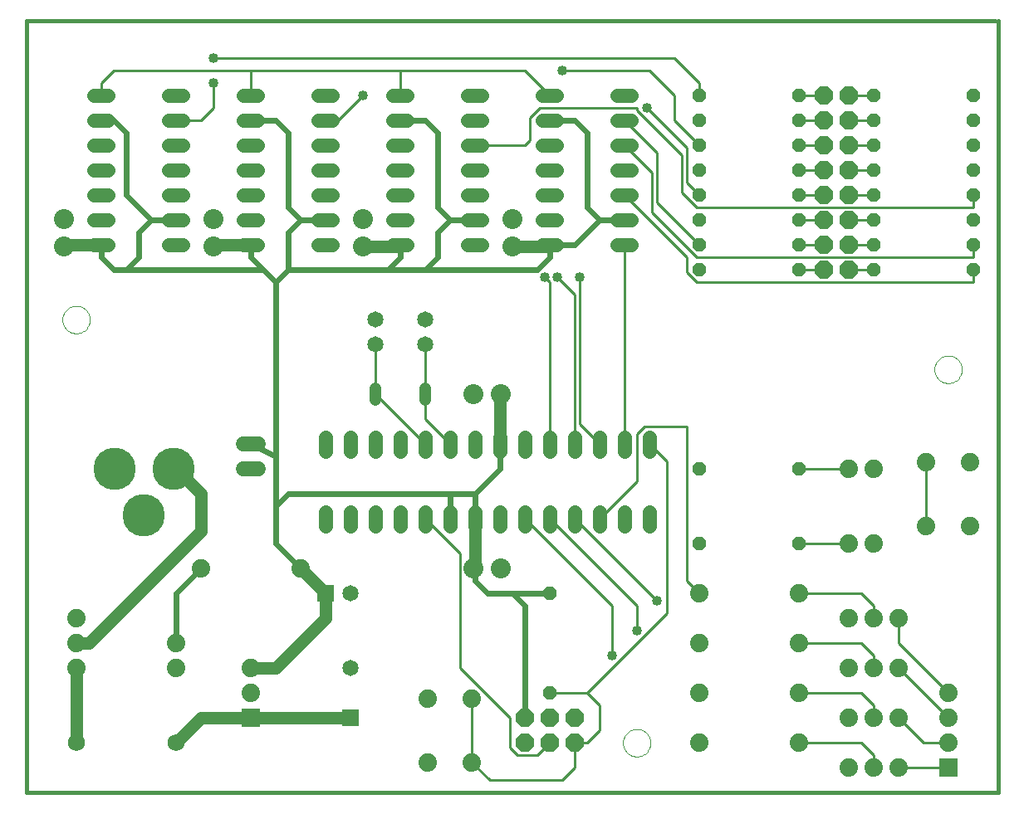
<source format=gtl>
G75*
%MOIN*%
%OFA0B0*%
%FSLAX24Y24*%
%IPPOS*%
%LPD*%
%AMOC8*
5,1,8,0,0,1.08239X$1,22.5*
%
%ADD10C,0.0160*%
%ADD11C,0.0560*%
%ADD12R,0.0740X0.0740*%
%ADD13C,0.0740*%
%ADD14C,0.0600*%
%ADD15R,0.0650X0.0650*%
%ADD16C,0.0650*%
%ADD17C,0.0800*%
%ADD18OC8,0.0740*%
%ADD19OC8,0.0560*%
%ADD20C,0.0680*%
%ADD21C,0.0480*%
%ADD22C,0.0000*%
%ADD23C,0.1700*%
%ADD24C,0.0500*%
%ADD25C,0.0240*%
%ADD26C,0.0320*%
%ADD27C,0.0100*%
%ADD28C,0.0400*%
D10*
X003626Y000180D02*
X042626Y000180D01*
X042626Y031180D01*
X042496Y031176D02*
X003626Y031176D01*
X003626Y000180D01*
D11*
X015626Y010900D02*
X015626Y011460D01*
X016626Y011460D02*
X016626Y010900D01*
X017626Y010900D02*
X017626Y011460D01*
X018626Y011460D02*
X018626Y010900D01*
X019626Y010900D02*
X019626Y011460D01*
X020626Y011460D02*
X020626Y010900D01*
X021626Y010900D02*
X021626Y011460D01*
X022626Y011460D02*
X022626Y010900D01*
X023626Y010900D02*
X023626Y011460D01*
X024626Y011460D02*
X024626Y010900D01*
X025626Y010900D02*
X025626Y011460D01*
X026626Y011460D02*
X026626Y010900D01*
X027626Y010900D02*
X027626Y011460D01*
X028626Y011460D02*
X028626Y010900D01*
X028626Y013900D02*
X028626Y014460D01*
X027626Y014460D02*
X027626Y013900D01*
X026626Y013900D02*
X026626Y014460D01*
X025626Y014460D02*
X025626Y013900D01*
X024626Y013900D02*
X024626Y014460D01*
X023626Y014460D02*
X023626Y013900D01*
X022626Y013900D02*
X022626Y014460D01*
X021626Y014460D02*
X021626Y013900D01*
X020626Y013900D02*
X020626Y014460D01*
X019626Y014460D02*
X019626Y013900D01*
X018626Y013900D02*
X018626Y014460D01*
X017626Y014460D02*
X017626Y013900D01*
X016626Y013900D02*
X016626Y014460D01*
X015626Y014460D02*
X015626Y013900D01*
X015906Y022180D02*
X015346Y022180D01*
X015346Y023180D02*
X015906Y023180D01*
X015906Y024180D02*
X015346Y024180D01*
X015346Y025180D02*
X015906Y025180D01*
X015906Y026180D02*
X015346Y026180D01*
X015346Y027180D02*
X015906Y027180D01*
X015906Y028180D02*
X015346Y028180D01*
X012906Y028180D02*
X012346Y028180D01*
X012346Y027180D02*
X012906Y027180D01*
X012906Y026180D02*
X012346Y026180D01*
X012346Y025180D02*
X012906Y025180D01*
X012906Y024180D02*
X012346Y024180D01*
X012346Y023180D02*
X012906Y023180D01*
X012906Y022180D02*
X012346Y022180D01*
X009906Y022180D02*
X009346Y022180D01*
X009346Y023180D02*
X009906Y023180D01*
X009906Y024180D02*
X009346Y024180D01*
X009346Y025180D02*
X009906Y025180D01*
X009906Y026180D02*
X009346Y026180D01*
X009346Y027180D02*
X009906Y027180D01*
X009906Y028180D02*
X009346Y028180D01*
X006906Y028180D02*
X006346Y028180D01*
X006346Y027180D02*
X006906Y027180D01*
X006906Y026180D02*
X006346Y026180D01*
X006346Y025180D02*
X006906Y025180D01*
X006906Y024180D02*
X006346Y024180D01*
X006346Y023180D02*
X006906Y023180D01*
X006906Y022180D02*
X006346Y022180D01*
X018346Y022180D02*
X018906Y022180D01*
X018906Y023180D02*
X018346Y023180D01*
X018346Y024180D02*
X018906Y024180D01*
X018906Y025180D02*
X018346Y025180D01*
X018346Y026180D02*
X018906Y026180D01*
X018906Y027180D02*
X018346Y027180D01*
X018346Y028180D02*
X018906Y028180D01*
X021346Y028180D02*
X021906Y028180D01*
X021906Y027180D02*
X021346Y027180D01*
X021346Y026180D02*
X021906Y026180D01*
X021906Y025180D02*
X021346Y025180D01*
X021346Y024180D02*
X021906Y024180D01*
X021906Y023180D02*
X021346Y023180D01*
X021346Y022180D02*
X021906Y022180D01*
X024346Y022180D02*
X024906Y022180D01*
X024906Y023180D02*
X024346Y023180D01*
X024346Y024180D02*
X024906Y024180D01*
X024906Y025180D02*
X024346Y025180D01*
X024346Y026180D02*
X024906Y026180D01*
X024906Y027180D02*
X024346Y027180D01*
X024346Y028180D02*
X024906Y028180D01*
X027346Y028180D02*
X027906Y028180D01*
X027906Y027180D02*
X027346Y027180D01*
X027346Y026180D02*
X027906Y026180D01*
X027906Y025180D02*
X027346Y025180D01*
X027346Y024180D02*
X027906Y024180D01*
X027906Y023180D02*
X027346Y023180D01*
X027346Y022180D02*
X027906Y022180D01*
D12*
X012626Y003180D03*
X040626Y001180D03*
D13*
X040626Y002180D03*
X040626Y003180D03*
X040626Y004180D03*
X038626Y003180D03*
X037626Y003180D03*
X036626Y003180D03*
X036626Y005180D03*
X037626Y005180D03*
X038626Y005180D03*
X038626Y007180D03*
X037626Y007180D03*
X036626Y007180D03*
X034626Y006180D03*
X034626Y004180D03*
X034626Y002180D03*
X036626Y001180D03*
X037626Y001180D03*
X038626Y001180D03*
X030626Y002180D03*
X030626Y004180D03*
X030626Y006180D03*
X030626Y008180D03*
X034626Y008180D03*
X036626Y010180D03*
X037626Y010180D03*
X039736Y010900D03*
X041516Y010900D03*
X041516Y013460D03*
X039736Y013460D03*
X037626Y013180D03*
X036626Y013180D03*
X021516Y003960D03*
X019736Y003960D03*
X019736Y001400D03*
X021516Y001400D03*
X012626Y004180D03*
X012626Y005180D03*
X009626Y005180D03*
X009626Y006180D03*
X010626Y009180D03*
X014626Y009180D03*
X005626Y007180D03*
X005626Y006180D03*
X005626Y005180D03*
D14*
X012326Y013180D02*
X012926Y013180D01*
X012926Y014180D02*
X012326Y014180D01*
D15*
X015626Y008180D03*
X016626Y003180D03*
D16*
X016626Y005180D03*
X016626Y008180D03*
X017626Y018180D03*
X017626Y019180D03*
X019626Y019180D03*
X019626Y018180D03*
D17*
X021576Y016180D03*
X022676Y016180D03*
X023126Y022130D03*
X023126Y023230D03*
X017126Y023230D03*
X017126Y022130D03*
X011126Y022130D03*
X011126Y023230D03*
X005126Y023230D03*
X005126Y022130D03*
X021576Y009180D03*
X022676Y009180D03*
D18*
X023626Y003180D03*
X024626Y003180D03*
X025626Y003180D03*
X025626Y002180D03*
X024626Y002180D03*
X023626Y002180D03*
X035626Y021180D03*
X036626Y021180D03*
X036626Y022180D03*
X035626Y022180D03*
X035626Y023180D03*
X036626Y023180D03*
X036626Y024180D03*
X035626Y024180D03*
X035626Y025180D03*
X036626Y025180D03*
X036626Y026180D03*
X036626Y027180D03*
X035626Y027180D03*
X035626Y026180D03*
X035626Y028180D03*
X036626Y028180D03*
D19*
X037626Y028180D03*
X037626Y027180D03*
X037626Y026180D03*
X037626Y025180D03*
X037626Y024180D03*
X037626Y023180D03*
X037626Y022180D03*
X037626Y021180D03*
X034626Y021180D03*
X034626Y022180D03*
X034626Y023180D03*
X034626Y024180D03*
X034626Y025180D03*
X034626Y026180D03*
X034626Y027180D03*
X034626Y028180D03*
X030626Y028180D03*
X030626Y027180D03*
X030626Y026180D03*
X030626Y025180D03*
X030626Y024180D03*
X030626Y023180D03*
X030626Y022180D03*
X030626Y021180D03*
X030626Y013180D03*
X030626Y010180D03*
X034626Y010180D03*
X034626Y013180D03*
X041626Y021180D03*
X041626Y022180D03*
X041626Y023180D03*
X041626Y024180D03*
X041626Y025180D03*
X041626Y026180D03*
X041626Y027180D03*
X041626Y028180D03*
X024626Y008180D03*
X024626Y004180D03*
D20*
X009626Y002180D03*
X005626Y002180D03*
D21*
X017626Y015940D02*
X017626Y016420D01*
X019626Y016420D02*
X019626Y015940D01*
D22*
X005075Y019180D02*
X005077Y019227D01*
X005083Y019273D01*
X005093Y019319D01*
X005106Y019364D01*
X005124Y019407D01*
X005145Y019449D01*
X005169Y019489D01*
X005197Y019526D01*
X005228Y019561D01*
X005262Y019594D01*
X005298Y019623D01*
X005337Y019649D01*
X005378Y019672D01*
X005421Y019691D01*
X005465Y019707D01*
X005510Y019719D01*
X005556Y019727D01*
X005603Y019731D01*
X005649Y019731D01*
X005696Y019727D01*
X005742Y019719D01*
X005787Y019707D01*
X005831Y019691D01*
X005874Y019672D01*
X005915Y019649D01*
X005954Y019623D01*
X005990Y019594D01*
X006024Y019561D01*
X006055Y019526D01*
X006083Y019489D01*
X006107Y019449D01*
X006128Y019407D01*
X006146Y019364D01*
X006159Y019319D01*
X006169Y019273D01*
X006175Y019227D01*
X006177Y019180D01*
X006175Y019133D01*
X006169Y019087D01*
X006159Y019041D01*
X006146Y018996D01*
X006128Y018953D01*
X006107Y018911D01*
X006083Y018871D01*
X006055Y018834D01*
X006024Y018799D01*
X005990Y018766D01*
X005954Y018737D01*
X005915Y018711D01*
X005874Y018688D01*
X005831Y018669D01*
X005787Y018653D01*
X005742Y018641D01*
X005696Y018633D01*
X005649Y018629D01*
X005603Y018629D01*
X005556Y018633D01*
X005510Y018641D01*
X005465Y018653D01*
X005421Y018669D01*
X005378Y018688D01*
X005337Y018711D01*
X005298Y018737D01*
X005262Y018766D01*
X005228Y018799D01*
X005197Y018834D01*
X005169Y018871D01*
X005145Y018911D01*
X005124Y018953D01*
X005106Y018996D01*
X005093Y019041D01*
X005083Y019087D01*
X005077Y019133D01*
X005075Y019180D01*
X027575Y002180D02*
X027577Y002227D01*
X027583Y002273D01*
X027593Y002319D01*
X027606Y002364D01*
X027624Y002407D01*
X027645Y002449D01*
X027669Y002489D01*
X027697Y002526D01*
X027728Y002561D01*
X027762Y002594D01*
X027798Y002623D01*
X027837Y002649D01*
X027878Y002672D01*
X027921Y002691D01*
X027965Y002707D01*
X028010Y002719D01*
X028056Y002727D01*
X028103Y002731D01*
X028149Y002731D01*
X028196Y002727D01*
X028242Y002719D01*
X028287Y002707D01*
X028331Y002691D01*
X028374Y002672D01*
X028415Y002649D01*
X028454Y002623D01*
X028490Y002594D01*
X028524Y002561D01*
X028555Y002526D01*
X028583Y002489D01*
X028607Y002449D01*
X028628Y002407D01*
X028646Y002364D01*
X028659Y002319D01*
X028669Y002273D01*
X028675Y002227D01*
X028677Y002180D01*
X028675Y002133D01*
X028669Y002087D01*
X028659Y002041D01*
X028646Y001996D01*
X028628Y001953D01*
X028607Y001911D01*
X028583Y001871D01*
X028555Y001834D01*
X028524Y001799D01*
X028490Y001766D01*
X028454Y001737D01*
X028415Y001711D01*
X028374Y001688D01*
X028331Y001669D01*
X028287Y001653D01*
X028242Y001641D01*
X028196Y001633D01*
X028149Y001629D01*
X028103Y001629D01*
X028056Y001633D01*
X028010Y001641D01*
X027965Y001653D01*
X027921Y001669D01*
X027878Y001688D01*
X027837Y001711D01*
X027798Y001737D01*
X027762Y001766D01*
X027728Y001799D01*
X027697Y001834D01*
X027669Y001871D01*
X027645Y001911D01*
X027624Y001953D01*
X027606Y001996D01*
X027593Y002041D01*
X027583Y002087D01*
X027577Y002133D01*
X027575Y002180D01*
X040075Y017180D02*
X040077Y017227D01*
X040083Y017273D01*
X040093Y017319D01*
X040106Y017364D01*
X040124Y017407D01*
X040145Y017449D01*
X040169Y017489D01*
X040197Y017526D01*
X040228Y017561D01*
X040262Y017594D01*
X040298Y017623D01*
X040337Y017649D01*
X040378Y017672D01*
X040421Y017691D01*
X040465Y017707D01*
X040510Y017719D01*
X040556Y017727D01*
X040603Y017731D01*
X040649Y017731D01*
X040696Y017727D01*
X040742Y017719D01*
X040787Y017707D01*
X040831Y017691D01*
X040874Y017672D01*
X040915Y017649D01*
X040954Y017623D01*
X040990Y017594D01*
X041024Y017561D01*
X041055Y017526D01*
X041083Y017489D01*
X041107Y017449D01*
X041128Y017407D01*
X041146Y017364D01*
X041159Y017319D01*
X041169Y017273D01*
X041175Y017227D01*
X041177Y017180D01*
X041175Y017133D01*
X041169Y017087D01*
X041159Y017041D01*
X041146Y016996D01*
X041128Y016953D01*
X041107Y016911D01*
X041083Y016871D01*
X041055Y016834D01*
X041024Y016799D01*
X040990Y016766D01*
X040954Y016737D01*
X040915Y016711D01*
X040874Y016688D01*
X040831Y016669D01*
X040787Y016653D01*
X040742Y016641D01*
X040696Y016633D01*
X040649Y016629D01*
X040603Y016629D01*
X040556Y016633D01*
X040510Y016641D01*
X040465Y016653D01*
X040421Y016669D01*
X040378Y016688D01*
X040337Y016711D01*
X040298Y016737D01*
X040262Y016766D01*
X040228Y016799D01*
X040197Y016834D01*
X040169Y016871D01*
X040145Y016911D01*
X040124Y016953D01*
X040106Y016996D01*
X040093Y017041D01*
X040083Y017087D01*
X040077Y017133D01*
X040075Y017180D01*
D23*
X009519Y013180D03*
X008338Y011330D03*
X007157Y013180D03*
D24*
X009626Y013180D02*
X010626Y012180D01*
X010626Y010680D01*
X006126Y006180D01*
X005626Y006180D01*
X005626Y005180D02*
X005626Y002180D01*
X009626Y002180D02*
X010626Y003180D01*
X012626Y003180D01*
X012666Y003180D02*
X016626Y003180D01*
X013626Y005180D02*
X015626Y007180D01*
X015626Y008180D01*
X014626Y009180D01*
X013626Y005180D02*
X012626Y005180D01*
X021626Y009230D02*
X021626Y011180D01*
X022626Y014180D02*
X022626Y016130D01*
X023126Y022130D02*
X024576Y022130D01*
X018576Y022130D02*
X017126Y022130D01*
X012626Y022180D02*
X011176Y022180D01*
X006626Y022180D02*
X005176Y022180D01*
D25*
X005126Y022130D01*
X006626Y022180D02*
X006626Y021680D01*
X007126Y021180D01*
X007626Y021180D01*
X008126Y021680D01*
X008126Y022680D01*
X008626Y023180D01*
X007626Y024180D01*
X007626Y026680D01*
X007126Y027180D01*
X006626Y027180D01*
X008626Y023180D02*
X009626Y023180D01*
X011126Y022130D02*
X011176Y022180D01*
X012626Y022180D02*
X012626Y021680D01*
X013126Y021180D01*
X007626Y021180D01*
X013126Y021180D02*
X013626Y020680D01*
X014126Y021180D01*
X014126Y022680D01*
X014626Y023180D01*
X014126Y023680D01*
X014126Y026680D01*
X013626Y027180D01*
X012626Y027180D01*
X014626Y023180D02*
X015626Y023180D01*
X014126Y021180D02*
X018126Y021180D01*
X018626Y021680D01*
X018626Y022180D01*
X018624Y022167D01*
X018619Y022155D01*
X018611Y022145D01*
X018601Y022137D01*
X018589Y022132D01*
X018576Y022130D01*
X018126Y021180D02*
X019626Y021180D01*
X020126Y021680D01*
X020126Y022680D01*
X020626Y023180D01*
X020126Y023680D01*
X020126Y026680D01*
X019626Y027180D01*
X018626Y027180D01*
X020626Y023180D02*
X021626Y023180D01*
X019626Y021180D02*
X024126Y021180D01*
X024626Y021680D01*
X024626Y022180D01*
X025626Y022180D01*
X026626Y023180D01*
X026126Y023680D01*
X026126Y026680D01*
X025626Y027180D01*
X024626Y027180D01*
X026626Y023180D02*
X027626Y023180D01*
X024626Y022180D02*
X024576Y022130D01*
X022676Y016180D02*
X022626Y016130D01*
X022626Y014180D02*
X022626Y013180D01*
X021626Y012180D01*
X021626Y011180D01*
X020626Y011180D02*
X020626Y012180D01*
X021626Y012180D01*
X020626Y012180D02*
X014126Y012180D01*
X013626Y011680D01*
X013626Y013680D01*
X012626Y014180D01*
X013626Y013680D02*
X013626Y020680D01*
X013626Y011680D02*
X013626Y010180D01*
X014626Y009180D01*
X010626Y009180D02*
X009626Y008180D01*
X009626Y006180D01*
X021626Y008680D02*
X021626Y009130D01*
X021726Y009180D01*
X021576Y009180D01*
X021626Y009180D01*
X021626Y009230D01*
X021626Y008680D02*
X022126Y008180D01*
X023126Y008180D01*
X023626Y007680D01*
X023626Y003180D01*
X023126Y008180D02*
X024626Y008180D01*
D26*
X012666Y003180D02*
X012626Y003180D01*
D27*
X021026Y005180D02*
X023026Y003180D01*
X023026Y001980D01*
X023326Y001680D01*
X024126Y001680D01*
X024626Y002180D01*
X025626Y002180D02*
X026126Y002180D01*
X026626Y002680D01*
X026626Y003680D01*
X026126Y004180D01*
X029326Y007380D01*
X029326Y013480D01*
X028626Y014180D01*
X028126Y014580D02*
X028426Y014880D01*
X030126Y014880D01*
X030126Y008680D01*
X030626Y008180D01*
X028926Y007880D02*
X025626Y011180D01*
X024626Y011180D02*
X028126Y007680D01*
X028126Y006680D01*
X027126Y005680D02*
X027126Y007680D01*
X023626Y011180D01*
X021026Y009780D02*
X021026Y005180D01*
X021516Y003960D02*
X021516Y001400D01*
X022236Y000680D01*
X025126Y000680D01*
X025626Y001180D01*
X025626Y002180D01*
X026126Y004180D02*
X024626Y004180D01*
X021026Y009780D02*
X019626Y011180D01*
X019626Y014180D02*
X017626Y016180D01*
X017626Y018180D01*
X019626Y018180D02*
X019626Y016180D01*
X019626Y015180D01*
X020626Y014180D01*
X024626Y014180D02*
X024626Y020680D01*
X024426Y020880D01*
X024926Y020880D02*
X025626Y020180D01*
X025626Y014180D01*
X025826Y014980D02*
X025826Y020880D01*
X027626Y022180D02*
X027626Y014180D01*
X028126Y014580D02*
X028126Y012680D01*
X026626Y011180D01*
X026626Y014180D02*
X025826Y014980D01*
X030526Y020680D02*
X041626Y020680D01*
X041626Y021180D01*
X041626Y021680D02*
X041626Y022180D01*
X041626Y021680D02*
X030526Y021680D01*
X028726Y023480D01*
X028726Y025080D01*
X027626Y026180D01*
X027626Y027180D02*
X028926Y025880D01*
X028926Y023880D01*
X030626Y022180D01*
X030126Y021680D02*
X030126Y021080D01*
X030526Y020680D01*
X030126Y021680D02*
X027626Y024180D01*
X029926Y024280D02*
X029926Y025780D01*
X028126Y027580D01*
X028126Y027680D01*
X024226Y027680D01*
X023826Y027280D01*
X023826Y026380D01*
X023626Y026180D01*
X021626Y026180D01*
X023626Y029180D02*
X024626Y028180D01*
X025126Y029180D02*
X028626Y029180D01*
X029626Y028180D01*
X029626Y027180D01*
X030626Y026180D01*
X030126Y026080D02*
X030126Y024680D01*
X030626Y024180D01*
X030526Y023680D02*
X041626Y023680D01*
X041626Y024180D01*
X037626Y024180D02*
X036626Y024180D01*
X035626Y024180D02*
X034626Y024180D01*
X034626Y023180D02*
X035626Y023180D01*
X036626Y023180D02*
X037626Y023180D01*
X037626Y022180D02*
X036626Y022180D01*
X035626Y022180D02*
X034626Y022180D01*
X034626Y021180D02*
X035626Y021180D01*
X036626Y021180D02*
X037626Y021180D01*
X037626Y025180D02*
X036626Y025180D01*
X035626Y025180D02*
X034626Y025180D01*
X034626Y026180D02*
X035626Y026180D01*
X036626Y026180D02*
X037626Y026180D01*
X037626Y027180D02*
X036626Y027180D01*
X035626Y027180D02*
X034626Y027180D01*
X034626Y028180D02*
X035626Y028180D01*
X036626Y028180D02*
X037626Y028180D01*
X030626Y028180D02*
X030626Y028680D01*
X029626Y029680D01*
X011126Y029680D01*
X011126Y028680D02*
X011126Y027680D01*
X010626Y027180D01*
X009626Y027180D01*
X007126Y029180D02*
X012626Y029180D01*
X012626Y028180D01*
X012626Y029180D02*
X018626Y029180D01*
X018626Y028180D01*
X018626Y029180D02*
X023626Y029180D01*
X028526Y027680D02*
X030126Y026080D01*
X029926Y024280D02*
X030526Y023680D01*
X039736Y013460D02*
X039726Y013380D01*
X039726Y010980D01*
X039736Y010900D01*
X036626Y010180D02*
X034626Y010180D01*
X034626Y008180D02*
X037126Y008180D01*
X037626Y007680D01*
X037626Y007180D01*
X038626Y007180D02*
X038626Y006180D01*
X040626Y004180D01*
X040626Y003180D02*
X038626Y005180D01*
X037626Y005180D02*
X037626Y005680D01*
X037126Y006180D01*
X034626Y006180D01*
X034626Y004180D02*
X037126Y004180D01*
X037626Y003680D01*
X037626Y003180D01*
X038626Y003180D02*
X039626Y002180D01*
X040626Y002180D01*
X040626Y001180D02*
X038626Y001180D01*
X037626Y001180D02*
X037626Y001680D01*
X037126Y002180D01*
X034626Y002180D01*
X034626Y013180D02*
X036626Y013180D01*
X017126Y028180D02*
X016126Y027180D01*
X015626Y027180D01*
X007126Y029180D02*
X006626Y028680D01*
X006626Y028180D01*
D28*
X011126Y028680D03*
X011126Y029680D03*
X017126Y028180D03*
X025126Y029180D03*
X028526Y027680D03*
X025826Y020880D03*
X024926Y020880D03*
X024426Y020880D03*
X028926Y007880D03*
X028126Y006680D03*
X027126Y005680D03*
M02*

</source>
